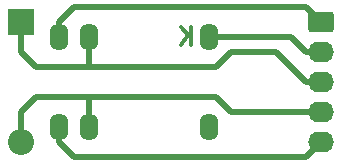
<source format=gbr>
%TF.GenerationSoftware,KiCad,Pcbnew,(6.0.6)*%
%TF.CreationDate,2022-08-15T20:08:00-05:00*%
%TF.ProjectId,RelayHK4100F,52656c61-7948-44b3-9431-3030462e6b69,rev?*%
%TF.SameCoordinates,Original*%
%TF.FileFunction,Copper,L2,Bot*%
%TF.FilePolarity,Positive*%
%FSLAX46Y46*%
G04 Gerber Fmt 4.6, Leading zero omitted, Abs format (unit mm)*
G04 Created by KiCad (PCBNEW (6.0.6)) date 2022-08-15 20:08:00*
%MOMM*%
%LPD*%
G01*
G04 APERTURE LIST*
G04 Aperture macros list*
%AMRoundRect*
0 Rectangle with rounded corners*
0 $1 Rounding radius*
0 $2 $3 $4 $5 $6 $7 $8 $9 X,Y pos of 4 corners*
0 Add a 4 corners polygon primitive as box body*
4,1,4,$2,$3,$4,$5,$6,$7,$8,$9,$2,$3,0*
0 Add four circle primitives for the rounded corners*
1,1,$1+$1,$2,$3*
1,1,$1+$1,$4,$5*
1,1,$1+$1,$6,$7*
1,1,$1+$1,$8,$9*
0 Add four rect primitives between the rounded corners*
20,1,$1+$1,$2,$3,$4,$5,0*
20,1,$1+$1,$4,$5,$6,$7,0*
20,1,$1+$1,$6,$7,$8,$9,0*
20,1,$1+$1,$8,$9,$2,$3,0*%
G04 Aperture macros list end*
%ADD10C,0.300000*%
%TA.AperFunction,NonConductor*%
%ADD11C,0.300000*%
%TD*%
%TA.AperFunction,ComponentPad*%
%ADD12O,1.600000X2.300000*%
%TD*%
%TA.AperFunction,ComponentPad*%
%ADD13R,2.200000X2.200000*%
%TD*%
%TA.AperFunction,ComponentPad*%
%ADD14O,2.200000X2.200000*%
%TD*%
%TA.AperFunction,ComponentPad*%
%ADD15RoundRect,0.250000X-0.845000X0.620000X-0.845000X-0.620000X0.845000X-0.620000X0.845000X0.620000X0*%
%TD*%
%TA.AperFunction,ComponentPad*%
%ADD16O,2.190000X1.740000*%
%TD*%
%TA.AperFunction,Conductor*%
%ADD17C,0.500000*%
%TD*%
G04 APERTURE END LIST*
D10*
D11*
X128662857Y-83228571D02*
X128662857Y-81728571D01*
X127805714Y-83228571D02*
X128448571Y-82371428D01*
X127805714Y-81728571D02*
X128662857Y-82585714D01*
D12*
%TO.P,K1,5*%
%TO.N,/DN*%
X120015000Y-82550000D03*
%TO.P,K1,6*%
%TO.N,/NO*%
X117475000Y-82550000D03*
%TO.P,K1,7*%
%TO.N,/NC*%
X117475000Y-90170000D03*
%TO.P,K1,8*%
%TO.N,/DP*%
X120015000Y-90170000D03*
%TO.P,K1,12*%
%TO.N,/COM*%
X130175000Y-82550000D03*
X130175000Y-90170000D03*
%TD*%
D13*
%TO.P,D1,1,K*%
%TO.N,/DN*%
X114300000Y-81280000D03*
D14*
%TO.P,D1,2,A*%
%TO.N,/DP*%
X114300000Y-91440000D03*
%TD*%
D15*
%TO.P,J1,1,Pin_1*%
%TO.N,/NO*%
X139700000Y-81280000D03*
D16*
%TO.P,J1,2,Pin_2*%
%TO.N,/COM*%
X139700000Y-83820000D03*
%TO.P,J1,3,Pin_3*%
%TO.N,/DN*%
X139700000Y-86360000D03*
%TO.P,J1,4,Pin_4*%
%TO.N,/DP*%
X139700000Y-88900000D03*
%TO.P,J1,5,Pin_5*%
%TO.N,/NC*%
X139700000Y-91440000D03*
%TD*%
D17*
%TO.N,/DP*%
X132080000Y-88900000D02*
X139700000Y-88900000D01*
X115570000Y-87630000D02*
X120650000Y-87630000D01*
X114300000Y-91440000D02*
X114300000Y-88900000D01*
X114300000Y-88900000D02*
X115570000Y-87630000D01*
X120650000Y-87630000D02*
X130810000Y-87630000D01*
X120015000Y-90170000D02*
X120015000Y-87630000D01*
X130810000Y-87630000D02*
X132080000Y-88900000D01*
%TO.N,/DN*%
X120015000Y-82550000D02*
X120015000Y-85090000D01*
X114300000Y-81280000D02*
X114300000Y-83820000D01*
X130810000Y-85090000D02*
X120650000Y-85090000D01*
X135890000Y-83820000D02*
X132080000Y-83820000D01*
X115570000Y-85090000D02*
X120650000Y-85090000D01*
X139700000Y-86360000D02*
X138430000Y-86360000D01*
X132080000Y-83820000D02*
X130810000Y-85090000D01*
X138430000Y-86360000D02*
X135890000Y-83820000D01*
X114300000Y-83820000D02*
X115570000Y-85090000D01*
%TO.N,/NO*%
X117475000Y-81280000D02*
X117475000Y-82550000D01*
X138430000Y-80010000D02*
X118745000Y-80010000D01*
X118745000Y-80010000D02*
X117475000Y-81280000D01*
X139700000Y-81280000D02*
X138430000Y-80010000D01*
%TO.N,/COM*%
X137160000Y-82550000D02*
X130175000Y-82550000D01*
X139700000Y-83820000D02*
X138430000Y-83820000D01*
X138430000Y-83820000D02*
X137160000Y-82550000D01*
%TO.N,/NC*%
X117475000Y-91440000D02*
X117475000Y-90170000D01*
X139700000Y-91440000D02*
X138430000Y-92710000D01*
X138430000Y-92710000D02*
X118745000Y-92710000D01*
X118745000Y-92710000D02*
X117475000Y-91440000D01*
%TD*%
M02*

</source>
